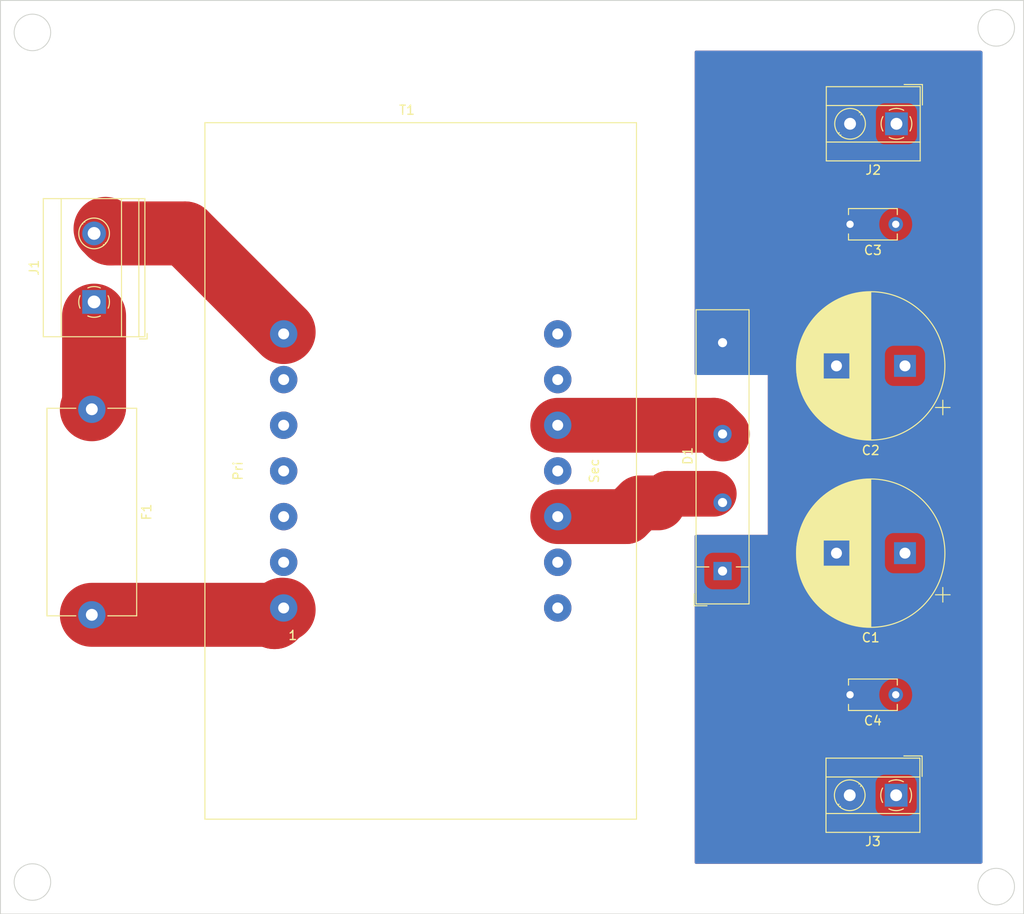
<source format=kicad_pcb>
(kicad_pcb (version 20211014) (generator pcbnew)
  (layers (0 "F.Cu" signal) (31 "B.Cu" signal) (34 "B.Paste" user) (35 "F.Paste" user) (36 "B.SilkS" user "B.Silkscreen") (37 "F.SilkS" user "F.Silkscreen") (38 "B.Mask" user) (39 "F.Mask" user) (44 "Edge.Cuts" user))
  (net 0 "")
  (net 1 "VCC")
  (net 2 "GND")
  (net 3 "Net-(D1-Pad2)")
  (net 4 "Net-(D1-Pad3)")
  (net 5 "Net-(F1-Pad1)")
  (net 6 "Net-(F1-Pad2)")
  (net 7 "Net-(J1-Pad2)")
  (footprint "Diode_THT:Diode_Bridge_32.0x5.6x17.0mm_P10.0mm_P7.5mm" (layer "F.Cu") (at 124.0425 107.9575 90)
    (fp_text reference "D1" (at 12.6 -3.8 90) (layer "F.SilkS"))
    (fp_text value "KBU2M")
    (pad "1" thru_hole rect (at 0 0 90) (size 2 2) (drill 1) (layers *.Cu *.Mask) (net 1 "VCC"))
    (pad "2" thru_hole circle (at 7.5 0 90) (size 2 2) (drill 1) (layers *.Cu *.Mask) (net 3 "Net-(D1-Pad2)"))
    (pad "3" thru_hole circle (at 15 0 90) (size 2 2) (drill 1) (layers *.Cu *.Mask) (net 4 "Net-(D1-Pad3)"))
    (pad "4" thru_hole circle (at 25 0 90) (size 2 2) (drill 1) (layers *.Cu *.Mask) (net 2 "GND"))
  )
  (footprint "TerminalBlock_MetzConnect:TerminalBlock_MetzConnect_Type101_RT01602HBWC_1x02_P5.08mm_Horizontal" (layer "F.Cu") (at 143.045 132.5 180)
    (fp_text reference "J3" (at 2.54 -5.06) (layer "F.SilkS"))
    (fp_text value "DC_OUT_2")
    (pad "1" thru_hole rect (at 0 0 180) (size 2.5 2.5) (drill 1.3) (layers *.Cu *.Mask) (net 1 "VCC"))
    (pad "2" thru_hole circle (at 5.08 0 180) (size 2.5 2.5) (drill 1.3) (layers *.Cu *.Mask) (net 2 "GND"))
  )
  (footprint "Transformer_THT:Transformer_CHK_EI54-16VA_1xSec" (layer "F.Cu") (at 76 112)
    (fp_text reference "T1" (at 13.5 -54.5) (layer "F.SilkS"))
    (fp_text value "Transformer_1P_1S_230:24")
    (fp_text user "Sec" (at 34 -15 90) (layer "F.SilkS"))
    (fp_text user "1" (at 1 3) (layer "F.SilkS"))
    (fp_text user "Pri" (at -5 -15 90) (layer "F.SilkS"))
    (pad "" np_thru_hole circle (at 33.5 17.5) (size 4.5 4.5) (drill 4.5) (layers *.Cu *.Mask))
    (pad "" np_thru_hole circle (at -3.5 17.5) (size 4.5 4.5) (drill 4.5) (layers *.Cu *.Mask))
    (pad "" np_thru_hole circle (at 33.5 -47.5) (size 4.5 4.5) (drill 4.5) (layers *.Cu *.Mask))
    (pad "" np_thru_hole circle (at -3.5 -47.5) (size 4.5 4.5) (drill 4.5) (layers *.Cu *.Mask))
    (pad "1" thru_hole circle (at 0 0) (size 3 3) (drill 1.2) (layers *.Cu *.Mask) (net 6 "Net-(F1-Pad2)"))
    (pad "2" thru_hole circle (at 0 -5) (size 3 3) (drill 1.2) (layers *.Cu *.Mask))
    (pad "3" thru_hole circle (at 0 -10) (size 3 3) (drill 1.2) (layers *.Cu *.Mask))
    (pad "4" thru_hole circle (at 0 -15) (size 3 3) (drill 1.2) (layers *.Cu *.Mask))
    (pad "5" thru_hole circle (at 0 -20) (size 3 3) (drill 1.2) (layers *.Cu *.Mask))
    (pad "6" thru_hole circle (at 0 -25) (size 3 3) (drill 1.2) (layers *.Cu *.Mask))
    (pad "7" thru_hole circle (at 0 -30) (size 3 3) (drill 1.2) (layers *.Cu *.Mask) (net 7 "Net-(J1-Pad2)"))
    (pad "8" thru_hole circle (at 30 -30) (size 3 3) (drill 1.2) (layers *.Cu *.Mask))
    (pad "9" thru_hole circle (at 30 -25) (size 3 3) (drill 1.2) (layers *.Cu *.Mask))
    (pad "10" thru_hole circle (at 30 -20) (size 3 3) (drill 1.2) (layers *.Cu *.Mask) (net 4 "Net-(D1-Pad3)"))
    (pad "11" thru_hole circle (at 30 -15) (size 3 3) (drill 1.2) (layers *.Cu *.Mask))
    (pad "12" thru_hole circle (at 30 -10) (size 3 3) (drill 1.2) (layers *.Cu *.Mask) (net 3 "Net-(D1-Pad2)"))
    (pad "13" thru_hole circle (at 30 -5) (size 3 3) (drill 1.2) (layers *.Cu *.Mask))
    (pad "14" thru_hole circle (at 30 0) (size 3 3) (drill 1.2) (layers *.Cu *.Mask))
  )
  (footprint "Capacitor_THT:CP_Radial_D16.0mm_P7.50mm" (layer "F.Cu") (at 144.012755 85.5 180)
    (fp_text reference "C2" (at 3.75 -9.25) (layer "F.SilkS"))
    (fp_text value "2200u")
    (pad "1" thru_hole rect (at 0 0 180) (size 2.4 2.4) (drill 1.2) (layers *.Cu *.Mask) (net 1 "VCC"))
    (pad "2" thru_hole circle (at 7.5 0 180) (size 2.4 2.4) (drill 1.2) (layers *.Cu *.Mask) (net 2 "GND"))
  )
  (footprint "Capacitor_THT:C_Disc_D5.1mm_W3.2mm_P5.00mm" (layer "F.Cu") (at 143 70 180)
    (fp_text reference "C3" (at 2.5 -2.85) (layer "F.SilkS"))
    (fp_text value "10n")
    (pad "1" thru_hole circle (at 0 0 180) (size 1.6 1.6) (drill 0.8) (layers *.Cu *.Mask) (net 1 "VCC"))
    (pad "2" thru_hole circle (at 5 0 180) (size 1.6 1.6) (drill 0.8) (layers *.Cu *.Mask) (net 2 "GND"))
  )
  (footprint "TerminalBlock_MetzConnect:TerminalBlock_MetzConnect_Type101_RT01602HBWC_1x02_P5.08mm_Horizontal" (layer "F.Cu") (at 143.08 59 180)
    (fp_text reference "J2" (at 2.54 -5.06) (layer "F.SilkS"))
    (fp_text value "DC_OUT_1")
    (pad "1" thru_hole rect (at 0 0 180) (size 2.5 2.5) (drill 1.3) (layers *.Cu *.Mask) (net 1 "VCC"))
    (pad "2" thru_hole circle (at 5.08 0 180) (size 2.5 2.5) (drill 1.3) (layers *.Cu *.Mask) (net 2 "GND"))
  )
  (footprint "TerminalBlock_MetzConnect:TerminalBlock_MetzConnect_Type175_RT02702HBLC_1x02_P7.50mm_Horizontal" (layer "F.Cu") (at 55.25 78.5 90)
    (fp_text reference "J1" (at 3.75 -6.56 90) (layer "F.SilkS"))
    (fp_text value "AC_IN")
    (pad "1" thru_hole rect (at 0 0 90) (size 2.6 2.6) (drill 1.4) (layers *.Cu *.Mask) (net 5 "Net-(F1-Pad1)"))
    (pad "2" thru_hole circle (at 7.5 0 90) (size 2.6 2.6) (drill 1.4) (layers *.Cu *.Mask) (net 7 "Net-(J1-Pad2)"))
  )
  (footprint "Capacitor_THT:CP_Radial_D16.0mm_P7.50mm" (layer "F.Cu") (at 144.012755 106 180)
    (fp_text reference "C1" (at 3.75 -9.25) (layer "F.SilkS"))
    (fp_text value "2200u")
    (pad "1" thru_hole rect (at 0 0 180) (size 2.4 2.4) (drill 1.2) (layers *.Cu *.Mask) (net 1 "VCC"))
    (pad "2" thru_hole circle (at 7.5 0 180) (size 2.4 2.4) (drill 1.2) (layers *.Cu *.Mask) (net 2 "GND"))
  )
  (footprint "Capacitor_THT:C_Disc_D5.1mm_W3.2mm_P5.00mm" (layer "F.Cu") (at 143 121.5 180)
    (fp_text reference "C4" (at 2.5 -2.85) (layer "F.SilkS"))
    (fp_text value "10n")
    (pad "1" thru_hole circle (at 0 0 180) (size 1.6 1.6) (drill 0.8) (layers *.Cu *.Mask) (net 1 "VCC"))
    (pad "2" thru_hole circle (at 5 0 180) (size 1.6 1.6) (drill 0.8) (layers *.Cu *.Mask) (net 2 "GND"))
  )
  (footprint "Fuse:Fuseholder_Cylinder-5x20mm_Schurter_0031_8201_Horizontal_Open" (layer "F.Cu") (at 55 90.25 -90)
    (fp_text reference "F1" (at 11.25 -6 90) (layer "F.SilkS"))
    (fp_text value "Fuse")
    (pad "" np_thru_hole circle (at 11.25 0 270) (size 2.7 2.7) (drill 2.7) (layers *.Cu *.Mask))
    (pad "1" thru_hole circle (at 0 0 270) (size 3 3) (drill 1.3) (layers *.Cu *.Mask) (net 5 "Net-(F1-Pad1)"))
    (pad "2" thru_hole circle (at 22.5 0 270) (size 3 3) (drill 1.3) (layers *.Cu *.Mask) (net 6 "Net-(F1-Pad2)"))
  )
  (gr_circle (center 48.5 49) (end 50.5 49) (layer "Edge.Cuts") (width 0.1) (fill none))
  (gr_rect (start 45 45.5) (end 157 145.5) (layer "Edge.Cuts") (width 0.1) (fill none))
  (gr_circle (center 154 48.5) (end 156 48.5) (layer "Edge.Cuts") (width 0.1) (fill none))
  (gr_circle (center 154 142.5) (end 156 142.5) (layer "Edge.Cuts") (width 0.1) (fill none))
  (gr_circle (center 48.5 142) (end 50.5 142) (layer "Edge.Cuts") (width 0.1) (fill none))
  (segment (start 117 100.5) (end 118 99.5) (width 5) (layer "F.Cu") (net 3))
  (segment (start 117 100.5) (end 115 100.5) (width 6) (layer "F.Cu") (net 3))
  (segment (start 118 99.5) (end 123.085 99.5) (width 5) (layer "F.Cu") (net 3))
  (segment (start 115 100.5) (end 113.5 102) (width 6) (layer "F.Cu") (net 3))
  (segment (start 113.5 102) (end 106 102) (width 6) (layer "F.Cu") (net 3))
  (segment (start 123.085 92) (end 124.0425 92.9575) (width 6) (layer "F.Cu") (net 4))
  (segment (start 106 92) (end 123.085 92) (width 6) (layer "F.Cu") (net 4))
  (segment (start 55.25 80) (end 55.25 90) (width 7) (layer "F.Cu") (net 5))
  (segment (start 55.25 90) (end 55 90.25) (width 7) (layer "F.Cu") (net 5))
  (segment (start 75 113) (end 75.800489 112.199511) (width 7) (layer "F.Cu") (net 6))
  (segment (start 55 112.75) (end 74.75 112.75) (width 7) (layer "F.Cu") (net 6))
  (segment (start 74.75 112.75) (end 75 113) (width 7) (layer "F.Cu") (net 6))
  (segment (start 75.800489 112.199511) (end 76 112.199511) (width 7) (layer "F.Cu") (net 6))
  (segment (start 65.199511 71) (end 76 81.800489) (width 7) (layer "F.Cu") (net 7))
  (segment (start 57 71) (end 65.199511 71) (width 7) (layer "F.Cu") (net 7))
  (segment (start 56.5 70.5) (end 57 71) (width 7) (layer "F.Cu") (net 7))
  (zone (net 1) (net_name "VCC") (layer "F.Cu") (connect_pads yes (clearance 1)) (min_thickness 0.254) (fill yes (thermal_gap 0.508) (thermal_bridge_width 0.508))
    (polygon (pts (xy 152.5 140) (xy 121 140) (xy 121 104) (xy 129 104) (xy 129 86.5) (xy 121 86.5) (xy 121 79.5) (xy 121 51) (xy 152.5 51)))
  )
  (zone (net 2) (net_name "GND") (layer "B.Cu") (connect_pads yes (clearance 1)) (min_thickness 0.254) (fill yes (thermal_gap 0.508) (thermal_bridge_width 0.508))
    (polygon (pts (xy 152.5 140) (xy 121 140) (xy 121 104) (xy 129 104) (xy 129 86.5) (xy 121 86.5) (xy 121 79.5) (xy 121 51) (xy 152.5 51)))
  )
)
</source>
